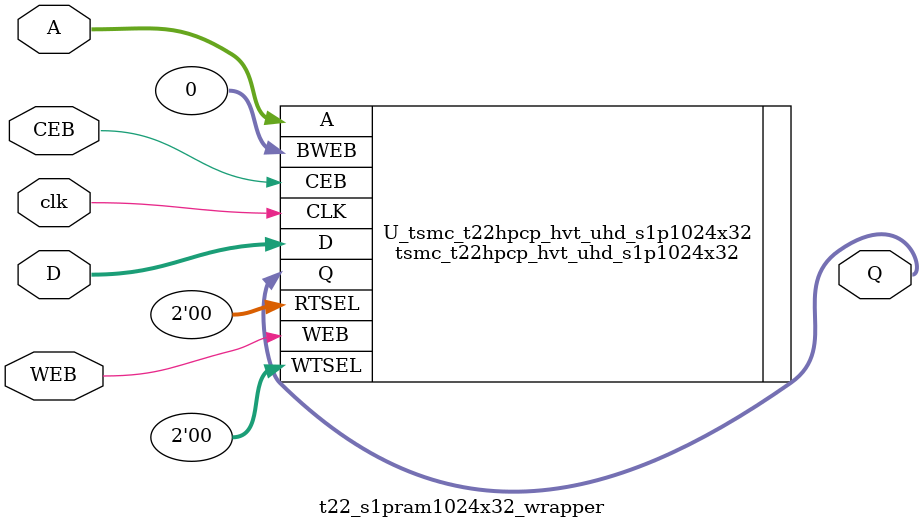
<source format=v>
module t22_s1pram1024x32_wrapper (
    input clk,
    input CEB,
    input WEB,
    input [9:0] A,
    input [31:0] D,
    output [31:0] Q
);

    tsmc_t22hpcp_hvt_uhd_s1p1024x32 U_tsmc_t22hpcp_hvt_uhd_s1p1024x32(
	.CLK(clk),
	.CEB(CEB),
	.WEB(WEB),
	.A(A),
	.D(D),
	.BWEB(32'd0),
	.Q(Q),
	.RTSEL(2'b00),
	.WTSEL(2'b00)
    );
endmodule

</source>
